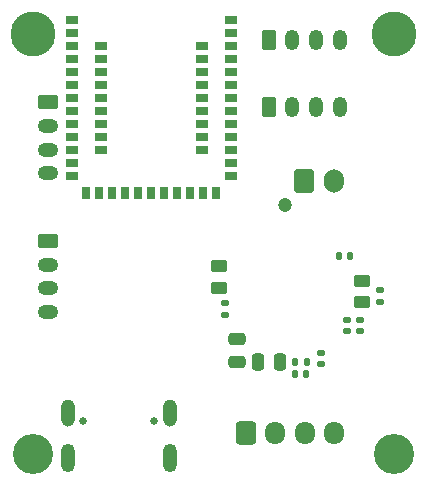
<source format=gbs>
%TF.GenerationSoftware,KiCad,Pcbnew,(6.0.7-1)-1*%
%TF.CreationDate,2022-09-14T15:44:29-04:00*%
%TF.ProjectId,phocuser,70686f63-7573-4657-922e-6b696361645f,rev?*%
%TF.SameCoordinates,Original*%
%TF.FileFunction,Soldermask,Bot*%
%TF.FilePolarity,Negative*%
%FSLAX46Y46*%
G04 Gerber Fmt 4.6, Leading zero omitted, Abs format (unit mm)*
G04 Created by KiCad (PCBNEW (6.0.7-1)-1) date 2022-09-14 15:44:29*
%MOMM*%
%LPD*%
G01*
G04 APERTURE LIST*
G04 Aperture macros list*
%AMRoundRect*
0 Rectangle with rounded corners*
0 $1 Rounding radius*
0 $2 $3 $4 $5 $6 $7 $8 $9 X,Y pos of 4 corners*
0 Add a 4 corners polygon primitive as box body*
4,1,4,$2,$3,$4,$5,$6,$7,$8,$9,$2,$3,0*
0 Add four circle primitives for the rounded corners*
1,1,$1+$1,$2,$3*
1,1,$1+$1,$4,$5*
1,1,$1+$1,$6,$7*
1,1,$1+$1,$8,$9*
0 Add four rect primitives between the rounded corners*
20,1,$1+$1,$2,$3,$4,$5,0*
20,1,$1+$1,$4,$5,$6,$7,0*
20,1,$1+$1,$6,$7,$8,$9,0*
20,1,$1+$1,$8,$9,$2,$3,0*%
G04 Aperture macros list end*
%ADD10RoundRect,0.250000X-0.600000X-0.725000X0.600000X-0.725000X0.600000X0.725000X-0.600000X0.725000X0*%
%ADD11O,1.700000X1.950000*%
%ADD12C,1.200000*%
%ADD13RoundRect,0.250000X-0.600000X-0.750000X0.600000X-0.750000X0.600000X0.750000X-0.600000X0.750000X0*%
%ADD14O,1.700000X2.000000*%
%ADD15C,0.630000*%
%ADD16C,0.600000*%
%ADD17O,1.158000X2.316000*%
%ADD18O,1.200000X2.400000*%
%ADD19RoundRect,0.250000X-0.350000X-0.625000X0.350000X-0.625000X0.350000X0.625000X-0.350000X0.625000X0*%
%ADD20O,1.200000X1.750000*%
%ADD21RoundRect,0.250000X-0.625000X0.350000X-0.625000X-0.350000X0.625000X-0.350000X0.625000X0.350000X0*%
%ADD22O,1.750000X1.200000*%
%ADD23C,3.400000*%
%ADD24C,3.800000*%
%ADD25RoundRect,0.140000X0.140000X0.170000X-0.140000X0.170000X-0.140000X-0.170000X0.140000X-0.170000X0*%
%ADD26RoundRect,0.250000X0.250000X0.475000X-0.250000X0.475000X-0.250000X-0.475000X0.250000X-0.475000X0*%
%ADD27RoundRect,0.140000X0.170000X-0.140000X0.170000X0.140000X-0.170000X0.140000X-0.170000X-0.140000X0*%
%ADD28RoundRect,0.140000X-0.170000X0.140000X-0.170000X-0.140000X0.170000X-0.140000X0.170000X0.140000X0*%
%ADD29RoundRect,0.140000X-0.140000X-0.170000X0.140000X-0.170000X0.140000X0.170000X-0.140000X0.170000X0*%
%ADD30RoundRect,0.250000X-0.475000X0.250000X-0.475000X-0.250000X0.475000X-0.250000X0.475000X0.250000X0*%
%ADD31RoundRect,0.135000X-0.135000X-0.185000X0.135000X-0.185000X0.135000X0.185000X-0.135000X0.185000X0*%
%ADD32RoundRect,0.250000X-0.450000X0.262500X-0.450000X-0.262500X0.450000X-0.262500X0.450000X0.262500X0*%
%ADD33RoundRect,0.250000X0.450000X-0.262500X0.450000X0.262500X-0.450000X0.262500X-0.450000X-0.262500X0*%
%ADD34R,1.000000X0.750000*%
%ADD35R,0.750000X1.000000*%
G04 APERTURE END LIST*
D10*
%TO.C,J1*%
X185250000Y-101000000D03*
D11*
X187750000Y-101000000D03*
X190250000Y-101000000D03*
X192750000Y-101000000D03*
%TD*%
D12*
%TO.C,J3*%
X188600000Y-81675000D03*
D13*
X190200000Y-79675000D03*
D14*
X192700000Y-79675000D03*
%TD*%
D15*
%TO.C,J4*%
X171500000Y-100000000D03*
X177500000Y-100000000D03*
D16*
X177500000Y-100000000D03*
D17*
X170180000Y-99275000D03*
X178820000Y-99275000D03*
D18*
X170180000Y-103100000D03*
X178820000Y-103100000D03*
%TD*%
D19*
%TO.C,J5*%
X187200000Y-67750000D03*
D20*
X189200000Y-67750000D03*
X191200000Y-67750000D03*
X193200000Y-67750000D03*
%TD*%
D19*
%TO.C,J6*%
X187200000Y-73350000D03*
D20*
X189200000Y-73350000D03*
X191200000Y-73350000D03*
X193200000Y-73350000D03*
%TD*%
D21*
%TO.C,J7*%
X168510000Y-84740000D03*
D22*
X168510000Y-86740000D03*
X168510000Y-88740000D03*
X168510000Y-90740000D03*
%TD*%
D23*
%TO.C,H3*%
X167200000Y-102800000D03*
%TD*%
D24*
%TO.C,H1*%
X167200000Y-67200000D03*
%TD*%
D23*
%TO.C,H4*%
X197800000Y-102800000D03*
%TD*%
D21*
%TO.C,J8*%
X168500000Y-73000000D03*
D22*
X168500000Y-75000000D03*
X168500000Y-77000000D03*
X168500000Y-79000000D03*
%TD*%
D24*
%TO.C,H2*%
X197800000Y-67200000D03*
%TD*%
D25*
%TO.C,C1*%
X190380000Y-96000000D03*
X189420000Y-96000000D03*
%TD*%
D26*
%TO.C,C2*%
X188150000Y-95000000D03*
X186250000Y-95000000D03*
%TD*%
D27*
%TO.C,C3*%
X191600000Y-95160000D03*
X191600000Y-94200000D03*
%TD*%
%TO.C,C4*%
X196600000Y-89880000D03*
X196600000Y-88920000D03*
%TD*%
%TO.C,C5*%
X183500000Y-90980000D03*
X183500000Y-90020000D03*
%TD*%
D28*
%TO.C,C6*%
X193800000Y-91420000D03*
X193800000Y-92380000D03*
%TD*%
D29*
%TO.C,C7*%
X193120000Y-86000000D03*
X194080000Y-86000000D03*
%TD*%
D30*
%TO.C,C8*%
X184500000Y-93050000D03*
X184500000Y-94950000D03*
%TD*%
D28*
%TO.C,C9*%
X194900000Y-91400000D03*
X194900000Y-92360000D03*
%TD*%
D31*
%TO.C,R1*%
X189390000Y-95000000D03*
X190410000Y-95000000D03*
%TD*%
D32*
%TO.C,R2*%
X195100000Y-88087500D03*
X195100000Y-89912500D03*
%TD*%
D33*
%TO.C,R3*%
X183000000Y-88712500D03*
X183000000Y-86887500D03*
%TD*%
D34*
%TO.C,U1*%
X184000000Y-66000000D03*
X184000000Y-67100000D03*
X184000000Y-68200000D03*
X184000000Y-69300000D03*
X184000000Y-70400000D03*
X184000000Y-71500000D03*
X184000000Y-72600000D03*
X184000000Y-73700000D03*
X184000000Y-74800000D03*
X184000000Y-75900000D03*
X184000000Y-77000000D03*
X184000000Y-78100000D03*
X184000000Y-79200000D03*
D35*
X182750000Y-80700000D03*
X181650000Y-80700000D03*
X180550000Y-80700000D03*
X179450000Y-80700000D03*
X178350000Y-80700000D03*
X177250000Y-80700000D03*
X176150000Y-80700000D03*
X175050000Y-80700000D03*
X173950000Y-80700000D03*
X172850000Y-80700000D03*
X171750000Y-80700000D03*
D34*
X170500000Y-79200000D03*
X170500000Y-78100000D03*
X170500000Y-77000000D03*
X170500000Y-75900000D03*
X170500000Y-74800000D03*
X170500000Y-73700000D03*
X170500000Y-72600000D03*
X170500000Y-71500000D03*
X170500000Y-70400000D03*
X170500000Y-69300000D03*
X170500000Y-68200000D03*
X170500000Y-67100000D03*
X170500000Y-66000000D03*
X181500000Y-68200000D03*
X181500000Y-69300000D03*
X181500000Y-70400000D03*
X181500000Y-71500000D03*
X181500000Y-72600000D03*
X181500000Y-73700000D03*
X181500000Y-74800000D03*
X181500000Y-75900000D03*
X181500000Y-77000000D03*
X173000000Y-68200000D03*
X173000000Y-69300000D03*
X173000000Y-70400000D03*
X173000000Y-71500000D03*
X173000000Y-72600000D03*
X173000000Y-73700000D03*
X173000000Y-74800000D03*
X173000000Y-75900000D03*
X173000000Y-77000000D03*
%TD*%
M02*

</source>
